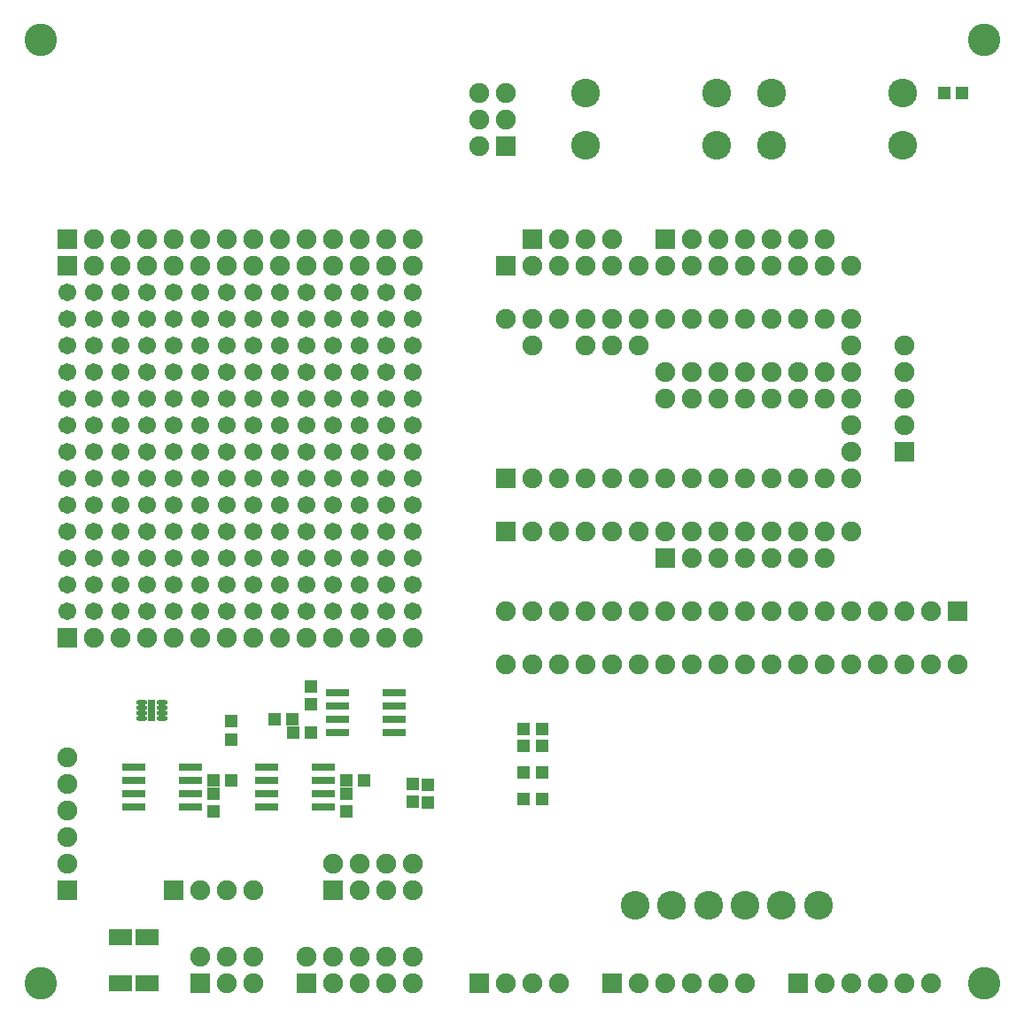
<source format=gts>
G04 DipTrace 2.4.0.2*
%INTopMask.gbr*%
%MOIN*%
%ADD28C,0.067*%
%ADD31C,0.122*%
%ADD39R,0.0867X0.0316*%
%ADD41C,0.075*%
%ADD42R,0.0316X0.0828*%
%ADD44O,0.0415X0.0198*%
%ADD46C,0.108*%
%ADD48C,0.0749*%
%ADD50R,0.0749X0.0749*%
%ADD52R,0.0907X0.0631*%
%ADD54R,0.0474X0.0513*%
%ADD56R,0.0513X0.0474*%
%FSLAX44Y44*%
G04*
G70*
G90*
G75*
G01*
%LNTopMask*%
%LPD*%
D56*
X23628Y13378D3*
X24297D3*
X23628Y12378D3*
X24297D3*
D54*
X16940Y12565D3*
Y11896D3*
X11940Y12565D3*
Y11896D3*
D52*
X8440Y5440D3*
Y7173D3*
X9440Y5440D3*
Y7173D3*
D31*
X40940Y40940D3*
X5440Y5440D3*
Y40940D3*
X40940Y5440D3*
D50*
X22940Y36940D3*
D48*
X21940D3*
X22940Y37940D3*
X21940D3*
X22940Y38940D3*
X21940D3*
D50*
X11440Y5440D3*
D48*
Y6440D3*
X12440Y5440D3*
Y6440D3*
X13440Y5440D3*
Y6440D3*
D50*
X33940Y5440D3*
D48*
X34940D3*
X35940D3*
X36940D3*
X37940D3*
X38940D3*
D50*
X26940D3*
D48*
X27940D3*
X28940D3*
X29940D3*
X30940D3*
X31940D3*
D50*
X6440Y8940D3*
D48*
Y9940D3*
Y10940D3*
Y11940D3*
Y12940D3*
Y13940D3*
D50*
X22940Y22440D3*
D48*
X23940D3*
X24940D3*
X25940D3*
X26940D3*
X27940D3*
X28940D3*
X29940D3*
X30940D3*
X31940D3*
X32940D3*
X33940D3*
X34940D3*
X35940D3*
D50*
X22940Y32440D3*
D48*
X23940D3*
X24940D3*
X25940D3*
X26940D3*
X27940D3*
X28940D3*
X29940D3*
X30940D3*
X31940D3*
X32940D3*
X33940D3*
X34940D3*
X35940D3*
D50*
X37940Y25440D3*
D48*
Y26440D3*
Y27440D3*
Y28440D3*
Y29440D3*
D50*
X23940Y33440D3*
D48*
X24940D3*
X25940D3*
X26940D3*
D50*
X28940Y21440D3*
D48*
X29940D3*
X30940D3*
X31940D3*
X32940D3*
X33940D3*
X34940D3*
D50*
X28940Y33440D3*
D48*
X29940D3*
X30940D3*
X31940D3*
X32940D3*
X33940D3*
X34940D3*
D50*
X16440Y8940D3*
D48*
Y9940D3*
X17440Y8940D3*
Y9940D3*
X18440Y8940D3*
Y9940D3*
X19440Y8940D3*
Y9940D3*
D50*
X21940Y5440D3*
D48*
X22940D3*
X23940D3*
X24940D3*
D50*
X39940Y19440D3*
D48*
X38940D3*
X37940D3*
X36940D3*
X35940D3*
X34940D3*
X33940D3*
X32940D3*
X31940D3*
X30940D3*
X29940D3*
X28940D3*
X27940D3*
X26940D3*
X25940D3*
X24940D3*
X23940D3*
X22940D3*
D50*
X6440Y33440D3*
D48*
X7440D3*
X8440D3*
X9440D3*
X10440D3*
X11440D3*
X12440D3*
X13440D3*
X14440D3*
X15440D3*
X16440D3*
X17440D3*
X18440D3*
X19440D3*
D50*
X6440Y32440D3*
D48*
X7440D3*
X8440D3*
X9440D3*
X10440D3*
X11440D3*
X12440D3*
X13440D3*
X14440D3*
X15440D3*
X16440D3*
X17440D3*
X18440D3*
X19440D3*
D50*
X6440Y18440D3*
D48*
X7440D3*
X8440D3*
X9440D3*
X10440D3*
X11440D3*
X12440D3*
X13440D3*
X14440D3*
X15440D3*
X16440D3*
X17440D3*
X18440D3*
X19440D3*
D50*
X15440Y5440D3*
D48*
Y6440D3*
X16440Y5440D3*
Y6440D3*
X17440Y5440D3*
Y6440D3*
X18440Y5440D3*
Y6440D3*
X19440Y5440D3*
Y6440D3*
D28*
X6440Y31440D3*
X7440D3*
X8440D3*
X9440D3*
X10440D3*
X11440D3*
X12440D3*
X13440D3*
X15440D3*
X14440D3*
X16440D3*
X17440D3*
X18440D3*
X19440D3*
X6440Y30440D3*
X7440D3*
X8440D3*
X9440D3*
X10440D3*
X11440D3*
X12440D3*
X13440D3*
X15440D3*
X14440D3*
X16440D3*
X17440D3*
X18440D3*
X19440D3*
X6440Y29440D3*
X7440D3*
X8440D3*
X9440D3*
X10440D3*
X11440D3*
X12440D3*
X13440D3*
X15440D3*
X14440D3*
X16440D3*
X17440D3*
X18440D3*
X19440D3*
X6440Y28440D3*
X7440D3*
X8440D3*
X9440D3*
X10440D3*
X11440D3*
X12440D3*
X13440D3*
X15440D3*
X14440D3*
X16440D3*
X17440D3*
X18440D3*
X19440D3*
X6440Y27440D3*
X7440D3*
X8440D3*
X9440D3*
X10440D3*
X11440D3*
X12440D3*
X13440D3*
X15440D3*
X14440D3*
X16440D3*
X17440D3*
X18440D3*
X19440D3*
X6440Y26440D3*
X7440D3*
X8440D3*
X9440D3*
X10440D3*
X11440D3*
X12440D3*
X13440D3*
X15440D3*
X14440D3*
X16440D3*
X17440D3*
X18440D3*
X19440D3*
X6440Y25440D3*
X7440D3*
X8440D3*
X9440D3*
X10440D3*
X11440D3*
X12440D3*
X13440D3*
X15440D3*
X14440D3*
X16440D3*
X17440D3*
X18440D3*
X19440D3*
X6440Y24440D3*
X7440D3*
X8440D3*
X9440D3*
X10440D3*
X11440D3*
X12440D3*
X13440D3*
X15440D3*
X14440D3*
X16440D3*
X17440D3*
X18440D3*
X19440D3*
X6440Y23440D3*
X7440D3*
X8440D3*
X9440D3*
X10440D3*
X11440D3*
X12440D3*
X13440D3*
X15440D3*
X14440D3*
X16440D3*
X17440D3*
X18440D3*
X19440D3*
X6440Y22440D3*
X7440D3*
X8440D3*
X9440D3*
X10440D3*
X12440D3*
X11440D3*
X13440D3*
X14440D3*
X15440D3*
X16440D3*
X17440D3*
X18440D3*
X19440D3*
X6440Y21440D3*
X7440D3*
X8440D3*
X9440D3*
X10440D3*
X12440D3*
X11440D3*
X13440D3*
X14440D3*
X15440D3*
X16440D3*
X17440D3*
X18440D3*
X19440D3*
X6440Y20440D3*
X7440D3*
X8440D3*
X9440D3*
X10440D3*
X12440D3*
X11440D3*
X13440D3*
X14440D3*
X15440D3*
X16440D3*
X17440D3*
X18440D3*
X19440D3*
X6440Y19440D3*
X7440D3*
X8440D3*
X9440D3*
X10440D3*
X12440D3*
X11440D3*
X13440D3*
X14440D3*
X15440D3*
X16440D3*
X17440D3*
X18440D3*
X19440D3*
D54*
X20003Y12253D3*
Y12922D3*
D56*
X23628Y15003D3*
X24297D3*
X23628Y14378D3*
X24297D3*
D54*
X19440Y12940D3*
Y12271D3*
D56*
X11940Y13065D3*
X12610D3*
X16940D3*
X17610D3*
D54*
X12628Y14628D3*
Y15297D3*
D56*
X15628Y14878D3*
X14958D3*
X14253Y15378D3*
X14922D3*
D54*
X15628Y15940D3*
Y16610D3*
D56*
X39440Y38940D3*
X40110D3*
D46*
X25940D3*
X30862D3*
X25940Y36972D3*
X30862D3*
X32940Y38940D3*
X37862D3*
X32940Y36972D3*
X37862D3*
D50*
X10440Y8940D3*
D48*
X11440D3*
X12440D3*
X13440D3*
D44*
X9253Y16003D3*
Y15806D3*
Y15609D3*
Y15412D3*
X10001D3*
Y15609D3*
Y15806D3*
Y16003D3*
D42*
X9627Y15707D3*
D41*
X22940Y30440D3*
X23940D3*
X24940D3*
X25940D3*
X26940D3*
X27940D3*
X28940D3*
X29940D3*
X30940D3*
X31940D3*
X32940D3*
X33940D3*
X34940D3*
X35940D3*
D50*
X22940Y24440D3*
D41*
X23940D3*
X24940D3*
X25940D3*
X26940D3*
X27940D3*
X28940D3*
X29940D3*
X30940D3*
X31940D3*
X32940D3*
X33940D3*
X34940D3*
X35940D3*
Y29440D3*
Y28440D3*
Y27440D3*
Y26440D3*
Y25440D3*
X23940Y29440D3*
X25940D3*
X26940D3*
X27940D3*
X28940Y28440D3*
Y27440D3*
X30940D3*
X29940D3*
Y28440D3*
X30940D3*
X31940D3*
X32940D3*
X33940D3*
X34940D3*
Y27440D3*
X33940D3*
X32940D3*
X31940D3*
X39940Y17440D3*
X38940D3*
X37940D3*
X36940D3*
X35940D3*
X34940D3*
X33940D3*
X32940D3*
X31940D3*
X30940D3*
X29940D3*
X28940D3*
X27940D3*
X26940D3*
X25940D3*
X24940D3*
X23940D3*
X22940D3*
D46*
X34704Y8373D3*
X33326D3*
X31950Y8370D3*
X30570Y8373D3*
X29192D3*
X27810Y8370D3*
D39*
X8940Y13565D3*
Y13065D3*
Y12565D3*
Y12065D3*
X11066D3*
Y12565D3*
Y13065D3*
Y13565D3*
X13940D3*
Y13065D3*
Y12565D3*
Y12065D3*
X16066D3*
Y12565D3*
Y13065D3*
Y13565D3*
X16628Y16378D3*
Y15878D3*
Y15378D3*
Y14878D3*
X18754D3*
Y15378D3*
Y15878D3*
Y16378D3*
M02*

</source>
